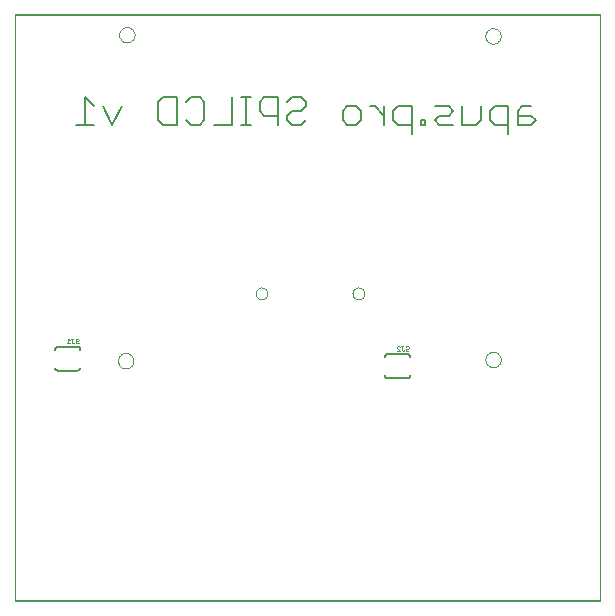
<source format=gbo>
G75*
G70*
%OFA0B0*%
%FSLAX24Y24*%
%IPPOS*%
%LPD*%
%AMOC8*
5,1,8,0,0,1.08239X$1,22.5*
%
%ADD10C,0.0000*%
%ADD11C,0.0080*%
%ADD12C,0.0010*%
D10*
X000736Y000100D02*
X000736Y019663D01*
X020252Y019663D01*
X020252Y000100D01*
X000736Y000100D01*
X000750Y000128D02*
X000750Y019628D01*
X020250Y019628D01*
X020250Y000128D01*
X000750Y000128D01*
X004181Y008120D02*
X004183Y008151D01*
X004189Y008182D01*
X004198Y008212D01*
X004211Y008241D01*
X004228Y008268D01*
X004248Y008292D01*
X004270Y008314D01*
X004296Y008333D01*
X004323Y008349D01*
X004352Y008361D01*
X004382Y008370D01*
X004413Y008375D01*
X004445Y008376D01*
X004476Y008373D01*
X004507Y008366D01*
X004537Y008356D01*
X004565Y008342D01*
X004591Y008324D01*
X004615Y008304D01*
X004636Y008280D01*
X004655Y008255D01*
X004670Y008227D01*
X004681Y008198D01*
X004689Y008167D01*
X004693Y008136D01*
X004693Y008104D01*
X004689Y008073D01*
X004681Y008042D01*
X004670Y008013D01*
X004655Y007985D01*
X004636Y007960D01*
X004615Y007936D01*
X004591Y007916D01*
X004565Y007898D01*
X004537Y007884D01*
X004507Y007874D01*
X004476Y007867D01*
X004445Y007864D01*
X004413Y007865D01*
X004382Y007870D01*
X004352Y007879D01*
X004323Y007891D01*
X004296Y007907D01*
X004270Y007926D01*
X004248Y007948D01*
X004228Y007972D01*
X004211Y007999D01*
X004198Y008028D01*
X004189Y008058D01*
X004183Y008089D01*
X004181Y008120D01*
X008768Y010364D02*
X008770Y010391D01*
X008776Y010418D01*
X008785Y010444D01*
X008798Y010468D01*
X008814Y010491D01*
X008833Y010510D01*
X008855Y010527D01*
X008879Y010541D01*
X008904Y010551D01*
X008931Y010558D01*
X008958Y010561D01*
X008986Y010560D01*
X009013Y010555D01*
X009039Y010547D01*
X009063Y010535D01*
X009086Y010519D01*
X009107Y010501D01*
X009124Y010480D01*
X009139Y010456D01*
X009150Y010431D01*
X009158Y010405D01*
X009162Y010378D01*
X009162Y010350D01*
X009158Y010323D01*
X009150Y010297D01*
X009139Y010272D01*
X009124Y010248D01*
X009107Y010227D01*
X009086Y010209D01*
X009064Y010193D01*
X009039Y010181D01*
X009013Y010173D01*
X008986Y010168D01*
X008958Y010167D01*
X008931Y010170D01*
X008904Y010177D01*
X008879Y010187D01*
X008855Y010201D01*
X008833Y010218D01*
X008814Y010237D01*
X008798Y010260D01*
X008785Y010284D01*
X008776Y010310D01*
X008770Y010337D01*
X008768Y010364D01*
X011996Y010364D02*
X011998Y010391D01*
X012004Y010418D01*
X012013Y010444D01*
X012026Y010468D01*
X012042Y010491D01*
X012061Y010510D01*
X012083Y010527D01*
X012107Y010541D01*
X012132Y010551D01*
X012159Y010558D01*
X012186Y010561D01*
X012214Y010560D01*
X012241Y010555D01*
X012267Y010547D01*
X012291Y010535D01*
X012314Y010519D01*
X012335Y010501D01*
X012352Y010480D01*
X012367Y010456D01*
X012378Y010431D01*
X012386Y010405D01*
X012390Y010378D01*
X012390Y010350D01*
X012386Y010323D01*
X012378Y010297D01*
X012367Y010272D01*
X012352Y010248D01*
X012335Y010227D01*
X012314Y010209D01*
X012292Y010193D01*
X012267Y010181D01*
X012241Y010173D01*
X012214Y010168D01*
X012186Y010167D01*
X012159Y010170D01*
X012132Y010177D01*
X012107Y010187D01*
X012083Y010201D01*
X012061Y010218D01*
X012042Y010237D01*
X012026Y010260D01*
X012013Y010284D01*
X012004Y010310D01*
X011998Y010337D01*
X011996Y010364D01*
X016425Y008159D02*
X016427Y008190D01*
X016433Y008221D01*
X016442Y008251D01*
X016455Y008280D01*
X016472Y008307D01*
X016492Y008331D01*
X016514Y008353D01*
X016540Y008372D01*
X016567Y008388D01*
X016596Y008400D01*
X016626Y008409D01*
X016657Y008414D01*
X016689Y008415D01*
X016720Y008412D01*
X016751Y008405D01*
X016781Y008395D01*
X016809Y008381D01*
X016835Y008363D01*
X016859Y008343D01*
X016880Y008319D01*
X016899Y008294D01*
X016914Y008266D01*
X016925Y008237D01*
X016933Y008206D01*
X016937Y008175D01*
X016937Y008143D01*
X016933Y008112D01*
X016925Y008081D01*
X016914Y008052D01*
X016899Y008024D01*
X016880Y007999D01*
X016859Y007975D01*
X016835Y007955D01*
X016809Y007937D01*
X016781Y007923D01*
X016751Y007913D01*
X016720Y007906D01*
X016689Y007903D01*
X016657Y007904D01*
X016626Y007909D01*
X016596Y007918D01*
X016567Y007930D01*
X016540Y007946D01*
X016514Y007965D01*
X016492Y007987D01*
X016472Y008011D01*
X016455Y008038D01*
X016442Y008067D01*
X016433Y008097D01*
X016427Y008128D01*
X016425Y008159D01*
X016425Y018946D02*
X016427Y018977D01*
X016433Y019008D01*
X016442Y019038D01*
X016455Y019067D01*
X016472Y019094D01*
X016492Y019118D01*
X016514Y019140D01*
X016540Y019159D01*
X016567Y019175D01*
X016596Y019187D01*
X016626Y019196D01*
X016657Y019201D01*
X016689Y019202D01*
X016720Y019199D01*
X016751Y019192D01*
X016781Y019182D01*
X016809Y019168D01*
X016835Y019150D01*
X016859Y019130D01*
X016880Y019106D01*
X016899Y019081D01*
X016914Y019053D01*
X016925Y019024D01*
X016933Y018993D01*
X016937Y018962D01*
X016937Y018930D01*
X016933Y018899D01*
X016925Y018868D01*
X016914Y018839D01*
X016899Y018811D01*
X016880Y018786D01*
X016859Y018762D01*
X016835Y018742D01*
X016809Y018724D01*
X016781Y018710D01*
X016751Y018700D01*
X016720Y018693D01*
X016689Y018690D01*
X016657Y018691D01*
X016626Y018696D01*
X016596Y018705D01*
X016567Y018717D01*
X016540Y018733D01*
X016514Y018752D01*
X016492Y018774D01*
X016472Y018798D01*
X016455Y018825D01*
X016442Y018854D01*
X016433Y018884D01*
X016427Y018915D01*
X016425Y018946D01*
X004220Y018986D02*
X004222Y019017D01*
X004228Y019048D01*
X004237Y019078D01*
X004250Y019107D01*
X004267Y019134D01*
X004287Y019158D01*
X004309Y019180D01*
X004335Y019199D01*
X004362Y019215D01*
X004391Y019227D01*
X004421Y019236D01*
X004452Y019241D01*
X004484Y019242D01*
X004515Y019239D01*
X004546Y019232D01*
X004576Y019222D01*
X004604Y019208D01*
X004630Y019190D01*
X004654Y019170D01*
X004675Y019146D01*
X004694Y019121D01*
X004709Y019093D01*
X004720Y019064D01*
X004728Y019033D01*
X004732Y019002D01*
X004732Y018970D01*
X004728Y018939D01*
X004720Y018908D01*
X004709Y018879D01*
X004694Y018851D01*
X004675Y018826D01*
X004654Y018802D01*
X004630Y018782D01*
X004604Y018764D01*
X004576Y018750D01*
X004546Y018740D01*
X004515Y018733D01*
X004484Y018730D01*
X004452Y018731D01*
X004421Y018736D01*
X004391Y018745D01*
X004362Y018757D01*
X004335Y018773D01*
X004309Y018792D01*
X004287Y018814D01*
X004267Y018838D01*
X004250Y018865D01*
X004237Y018894D01*
X004228Y018924D01*
X004222Y018955D01*
X004220Y018986D01*
D11*
X003074Y016903D02*
X003074Y015983D01*
X003381Y015983D02*
X002767Y015983D01*
X003381Y016596D02*
X003074Y016903D01*
X003688Y016596D02*
X003995Y015983D01*
X004302Y016596D01*
X005529Y016750D02*
X005529Y016136D01*
X005683Y015983D01*
X006143Y015983D01*
X006143Y016903D01*
X005683Y016903D01*
X005529Y016750D01*
X006450Y016750D02*
X006604Y016903D01*
X006910Y016903D01*
X007064Y016750D01*
X007064Y016136D01*
X006910Y015983D01*
X006604Y015983D01*
X006450Y016136D01*
X007371Y015983D02*
X007985Y015983D01*
X007985Y016903D01*
X008292Y016903D02*
X008599Y016903D01*
X008445Y016903D02*
X008445Y015983D01*
X008292Y015983D02*
X008599Y015983D01*
X009059Y016289D02*
X008906Y016443D01*
X008906Y016750D01*
X009059Y016903D01*
X009519Y016903D01*
X009519Y015983D01*
X009519Y016289D02*
X009059Y016289D01*
X009826Y016289D02*
X009826Y016136D01*
X009980Y015983D01*
X010287Y015983D01*
X010440Y016136D01*
X010287Y016443D02*
X009980Y016443D01*
X009826Y016289D01*
X010287Y016443D02*
X010440Y016596D01*
X010440Y016750D01*
X010287Y016903D01*
X009980Y016903D01*
X009826Y016750D01*
X011668Y016443D02*
X011668Y016136D01*
X011821Y015983D01*
X012128Y015983D01*
X012282Y016136D01*
X012282Y016443D01*
X012128Y016596D01*
X011821Y016596D01*
X011668Y016443D01*
X012589Y016596D02*
X012742Y016596D01*
X013049Y016289D01*
X013049Y015983D02*
X013049Y016596D01*
X013356Y016443D02*
X013356Y016136D01*
X013509Y015983D01*
X013970Y015983D01*
X014277Y015983D02*
X014430Y015983D01*
X014430Y016136D01*
X014277Y016136D01*
X014277Y015983D01*
X013970Y015676D02*
X013970Y016596D01*
X013509Y016596D01*
X013356Y016443D01*
X014737Y016596D02*
X015198Y016596D01*
X015351Y016443D01*
X015198Y016289D01*
X014891Y016289D01*
X014737Y016136D01*
X014891Y015983D01*
X015351Y015983D01*
X015658Y015983D02*
X015658Y016596D01*
X015658Y015983D02*
X016118Y015983D01*
X016272Y016136D01*
X016272Y016596D01*
X016579Y016443D02*
X016579Y016136D01*
X016732Y015983D01*
X017193Y015983D01*
X017500Y015983D02*
X017960Y015983D01*
X018113Y016136D01*
X017960Y016289D01*
X017500Y016289D01*
X017500Y016443D02*
X017500Y015983D01*
X017193Y015676D02*
X017193Y016596D01*
X016732Y016596D01*
X016579Y016443D01*
X017500Y016443D02*
X017653Y016596D01*
X017960Y016596D01*
X013825Y008343D02*
X013175Y008343D01*
X013158Y008341D01*
X013141Y008337D01*
X013125Y008330D01*
X013111Y008320D01*
X013098Y008307D01*
X013088Y008293D01*
X013081Y008277D01*
X013077Y008260D01*
X013075Y008243D01*
X013075Y007643D02*
X013077Y007626D01*
X013081Y007609D01*
X013088Y007593D01*
X013098Y007579D01*
X013111Y007566D01*
X013125Y007556D01*
X013141Y007549D01*
X013158Y007545D01*
X013175Y007543D01*
X013825Y007543D01*
X013842Y007545D01*
X013859Y007549D01*
X013875Y007556D01*
X013889Y007566D01*
X013902Y007579D01*
X013912Y007593D01*
X013919Y007609D01*
X013923Y007626D01*
X013925Y007643D01*
X013925Y008243D02*
X013923Y008260D01*
X013919Y008277D01*
X013912Y008293D01*
X013902Y008307D01*
X013889Y008320D01*
X013875Y008330D01*
X013859Y008337D01*
X013842Y008341D01*
X013825Y008343D01*
X002925Y008493D02*
X002923Y008510D01*
X002919Y008527D01*
X002912Y008543D01*
X002902Y008557D01*
X002889Y008570D01*
X002875Y008580D01*
X002859Y008587D01*
X002842Y008591D01*
X002825Y008593D01*
X002175Y008593D01*
X002158Y008591D01*
X002141Y008587D01*
X002125Y008580D01*
X002111Y008570D01*
X002098Y008557D01*
X002088Y008543D01*
X002081Y008527D01*
X002077Y008510D01*
X002075Y008493D01*
X002075Y007893D02*
X002077Y007876D01*
X002081Y007859D01*
X002088Y007843D01*
X002098Y007829D01*
X002111Y007816D01*
X002125Y007806D01*
X002141Y007799D01*
X002158Y007795D01*
X002175Y007793D01*
X002825Y007793D01*
X002842Y007795D01*
X002859Y007799D01*
X002875Y007806D01*
X002889Y007816D01*
X002902Y007829D01*
X002912Y007843D01*
X002919Y007859D01*
X002923Y007876D01*
X002925Y007893D01*
D12*
X002845Y008698D02*
X002870Y008723D01*
X002845Y008698D02*
X002795Y008698D01*
X002770Y008723D01*
X002770Y008748D01*
X002795Y008773D01*
X002845Y008773D01*
X002870Y008798D01*
X002870Y008823D01*
X002845Y008848D01*
X002795Y008848D01*
X002770Y008823D01*
X002673Y008848D02*
X002623Y008848D01*
X002648Y008848D02*
X002648Y008723D01*
X002673Y008698D01*
X002698Y008698D01*
X002723Y008723D01*
X002575Y008698D02*
X002475Y008698D01*
X002525Y008698D02*
X002525Y008848D01*
X002575Y008798D01*
X013475Y008573D02*
X013500Y008598D01*
X013550Y008598D01*
X013575Y008573D01*
X013623Y008598D02*
X013673Y008598D01*
X013648Y008598D02*
X013648Y008473D01*
X013673Y008448D01*
X013698Y008448D01*
X013723Y008473D01*
X013770Y008473D02*
X013795Y008448D01*
X013845Y008448D01*
X013870Y008473D01*
X013845Y008523D02*
X013870Y008548D01*
X013870Y008573D01*
X013845Y008598D01*
X013795Y008598D01*
X013770Y008573D01*
X013795Y008523D02*
X013770Y008498D01*
X013770Y008473D01*
X013795Y008523D02*
X013845Y008523D01*
X013575Y008448D02*
X013475Y008548D01*
X013475Y008573D01*
X013475Y008448D02*
X013575Y008448D01*
M02*

</source>
